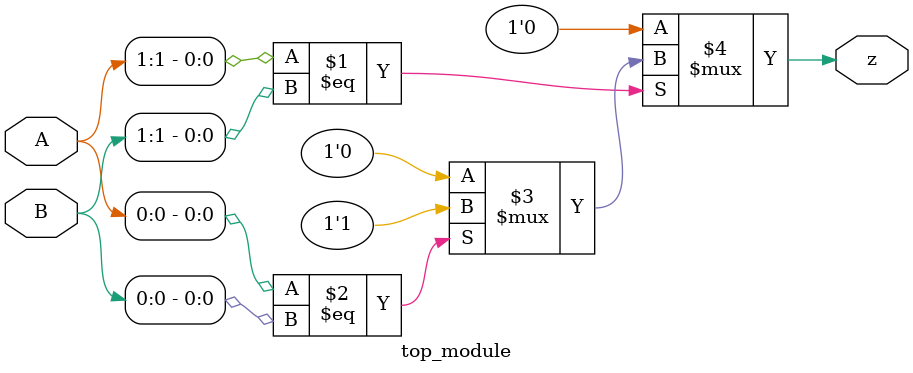
<source format=v>
module top_module ( input [1:0] A, input [1:0] B, output z ); 
    assign z= (A[1]==B[1])? (A[0]==B[0])?1'b1 :1'b0 : 1'b0;
endmodule

</source>
